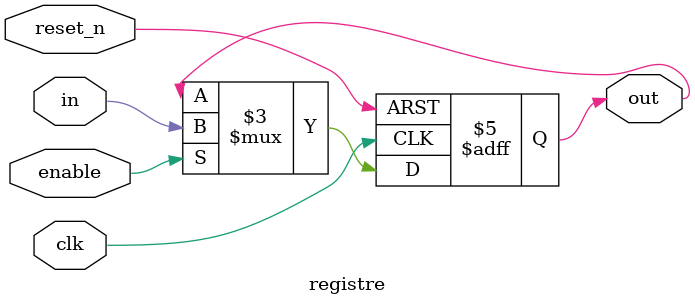
<source format=sv>
module registre(input logic clk,
		input logic  reset_n,
		input logic  in,
		input logic  enable,
		output logic out);

   always @(posedge clk or negedge reset_n)
     if (~reset_n)
       out <= 0;
     else
       if (enable)
	 out <= in;
endmodule // reg

</source>
